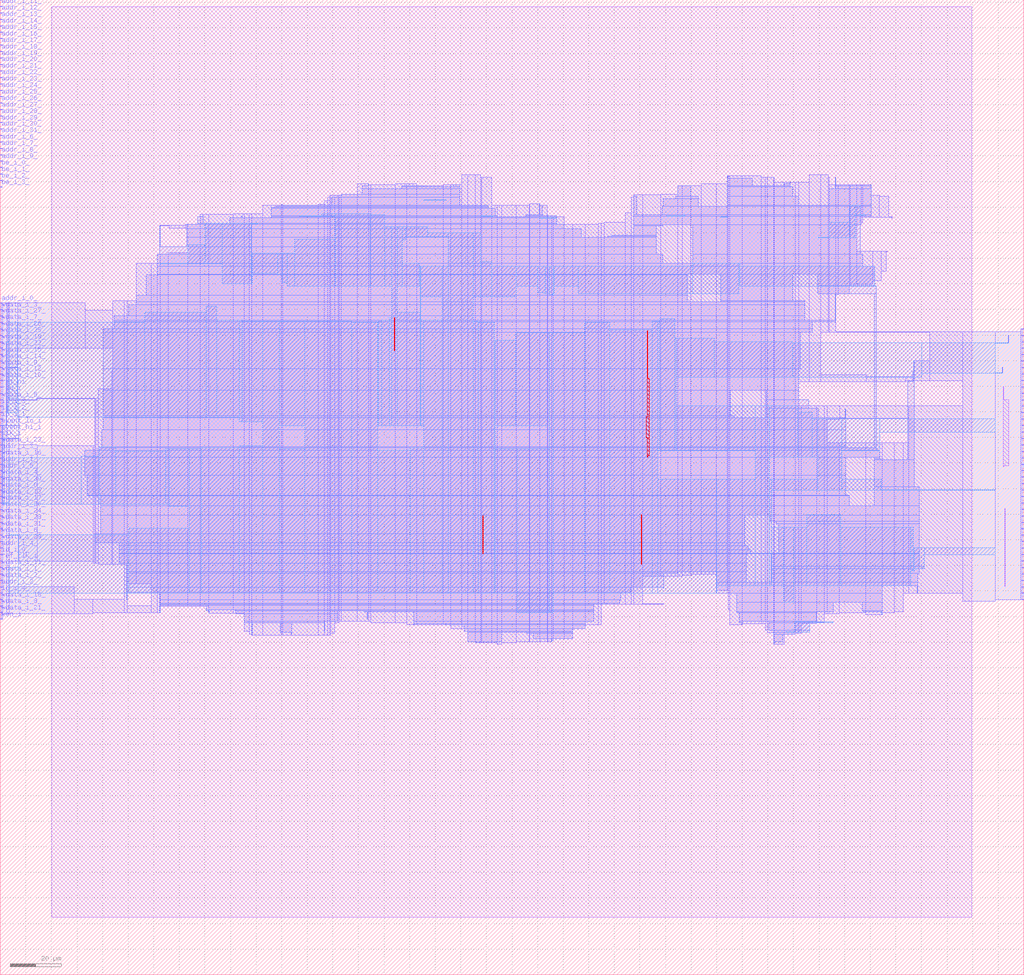
<source format=lef>
VERSION 5.8 ;
BUSBITCHARS "[]" ;
DIVIDERCHAR "/" ;
UNITS
    DATABASE MICRONS 1000 ;
END UNITS

MACRO timer_unit
  FOREIGN timer_unit 0 0 ;
  CLASS BLOCK ;
  SIZE 400 BY 381.04 ;
  PIN VDD
    USE POWER ;
    DIRECTION INOUT ;
  END VDD
  PIN VDDIO
    USE POWER ;
    DIRECTION INOUT ;
  END VDDIO
  PIN VSS
    USE GROUND ;
    DIRECTION INOUT ;
  END VSS
  PIN VSSIO
    USE GROUND ;
    DIRECTION INOUT ;
  END VSSIO
  PIN addr_i_0_
    DIRECTION INPUT ;
    USE SIGNAL ;
    PORT
      LAYER Metal2 ;
        RECT  0 262.4 0.72 262.6 ;
    END
  END addr_i_0_
  PIN addr_i_10_
    DIRECTION INPUT ;
    USE SIGNAL ;
    PORT
      LAYER Metal2 ;
        RECT  0 380.84 0.72 381.04 ;
    END
  END addr_i_10_
  PIN addr_i_11_
    DIRECTION INPUT ;
    USE SIGNAL ;
    PORT
      LAYER Metal2 ;
        RECT  0 378.32 0.72 378.52 ;
    END
  END addr_i_11_
  PIN addr_i_12_
    DIRECTION INPUT ;
    USE SIGNAL ;
    PORT
      LAYER Metal2 ;
        RECT  0 375.8 0.72 376 ;
    END
  END addr_i_12_
  PIN addr_i_13_
    DIRECTION INPUT ;
    USE SIGNAL ;
    PORT
      LAYER Metal2 ;
        RECT  0 373.28 0.72 373.48 ;
    END
  END addr_i_13_
  PIN addr_i_14_
    DIRECTION INPUT ;
    USE SIGNAL ;
    PORT
      LAYER Metal2 ;
        RECT  0 370.76 0.72 370.96 ;
    END
  END addr_i_14_
  PIN addr_i_15_
    DIRECTION INPUT ;
    USE SIGNAL ;
    PORT
      LAYER Metal2 ;
        RECT  0 368.24 0.72 368.44 ;
    END
  END addr_i_15_
  PIN addr_i_16_
    DIRECTION INPUT ;
    USE SIGNAL ;
    PORT
      LAYER Metal2 ;
        RECT  0 365.72 0.72 365.92 ;
    END
  END addr_i_16_
  PIN addr_i_17_
    DIRECTION INPUT ;
    USE SIGNAL ;
    PORT
      LAYER Metal2 ;
        RECT  0 363.2 0.72 363.4 ;
    END
  END addr_i_17_
  PIN addr_i_18_
    DIRECTION INPUT ;
    USE SIGNAL ;
    PORT
      LAYER Metal2 ;
        RECT  0 360.68 0.72 360.88 ;
    END
  END addr_i_18_
  PIN addr_i_19_
    DIRECTION INPUT ;
    USE SIGNAL ;
    PORT
      LAYER Metal2 ;
        RECT  0 358.16 0.72 358.36 ;
    END
  END addr_i_19_
  PIN addr_i_1_
    DIRECTION INPUT ;
    USE SIGNAL ;
    PORT
      LAYER Metal2 ;
        RECT  0 199.4 0.72 199.6 ;
    END
  END addr_i_1_
  PIN addr_i_20_
    DIRECTION INPUT ;
    USE SIGNAL ;
    PORT
      LAYER Metal2 ;
        RECT  0 355.64 0.72 355.84 ;
    END
  END addr_i_20_
  PIN addr_i_21_
    DIRECTION INPUT ;
    USE SIGNAL ;
    PORT
      LAYER Metal2 ;
        RECT  0 353.12 0.72 353.32 ;
    END
  END addr_i_21_
  PIN addr_i_22_
    DIRECTION INPUT ;
    USE SIGNAL ;
    PORT
      LAYER Metal2 ;
        RECT  0 350.6 0.72 350.8 ;
    END
  END addr_i_22_
  PIN addr_i_23_
    DIRECTION INPUT ;
    USE SIGNAL ;
    PORT
      LAYER Metal2 ;
        RECT  0 348.08 0.72 348.28 ;
    END
  END addr_i_23_
  PIN addr_i_24_
    DIRECTION INPUT ;
    USE SIGNAL ;
    PORT
      LAYER Metal2 ;
        RECT  0 345.56 0.72 345.76 ;
    END
  END addr_i_24_
  PIN addr_i_25_
    DIRECTION INPUT ;
    USE SIGNAL ;
    PORT
      LAYER Metal2 ;
        RECT  0 343.04 0.72 343.24 ;
    END
  END addr_i_25_
  PIN addr_i_26_
    DIRECTION INPUT ;
    USE SIGNAL ;
    PORT
      LAYER Metal2 ;
        RECT  0 340.52 0.72 340.72 ;
    END
  END addr_i_26_
  PIN addr_i_27_
    DIRECTION INPUT ;
    USE SIGNAL ;
    PORT
      LAYER Metal2 ;
        RECT  0 338 0.72 338.2 ;
    END
  END addr_i_27_
  PIN addr_i_28_
    DIRECTION INPUT ;
    USE SIGNAL ;
    PORT
      LAYER Metal2 ;
        RECT  0 335.48 0.72 335.68 ;
    END
  END addr_i_28_
  PIN addr_i_29_
    DIRECTION INPUT ;
    USE SIGNAL ;
    PORT
      LAYER Metal2 ;
        RECT  0 332.96 0.72 333.16 ;
    END
  END addr_i_29_
  PIN addr_i_2_
    DIRECTION INPUT ;
    USE SIGNAL ;
    PORT
      LAYER Metal2 ;
        RECT  0 151.52 0.72 151.72 ;
    END
  END addr_i_2_
  PIN addr_i_30_
    DIRECTION INPUT ;
    USE SIGNAL ;
    PORT
      LAYER Metal2 ;
        RECT  0 330.44 0.72 330.64 ;
    END
  END addr_i_30_
  PIN addr_i_31_
    DIRECTION INPUT ;
    USE SIGNAL ;
    PORT
      LAYER Metal2 ;
        RECT  0 327.92 0.72 328.12 ;
    END
  END addr_i_31_
  PIN addr_i_3_
    DIRECTION INPUT ;
    USE SIGNAL ;
    PORT
      LAYER Metal2 ;
        RECT  0 204.44 0.72 204.64 ;
    END
  END addr_i_3_
  PIN addr_i_4_
    DIRECTION INPUT ;
    USE SIGNAL ;
    PORT
      LAYER Metal2 ;
        RECT  0 166.64 0.72 166.84 ;
    END
  END addr_i_4_
  PIN addr_i_5_
    DIRECTION INPUT ;
    USE SIGNAL ;
    PORT
      LAYER Metal2 ;
        RECT  0 196.88 0.72 197.08 ;
    END
  END addr_i_5_
  PIN addr_i_6_
    DIRECTION INPUT ;
    USE SIGNAL ;
    PORT
      LAYER Metal2 ;
        RECT  0 325.4 0.72 325.6 ;
    END
  END addr_i_6_
  PIN addr_i_7_
    DIRECTION INPUT ;
    USE SIGNAL ;
    PORT
      LAYER Metal2 ;
        RECT  0 322.88 0.72 323.08 ;
    END
  END addr_i_7_
  PIN addr_i_8_
    DIRECTION INPUT ;
    USE SIGNAL ;
    PORT
      LAYER Metal2 ;
        RECT  0 320.36 0.72 320.56 ;
    END
  END addr_i_8_
  PIN addr_i_9_
    DIRECTION INPUT ;
    USE SIGNAL ;
    PORT
      LAYER Metal2 ;
        RECT  0 317.84 0.72 318.04 ;
    END
  END addr_i_9_
  PIN be_i_0_
    DIRECTION INPUT ;
    USE SIGNAL ;
    PORT
      LAYER Metal2 ;
        RECT  0 315.32 0.72 315.52 ;
    END
  END be_i_0_
  PIN be_i_1_
    DIRECTION INPUT ;
    USE SIGNAL ;
    PORT
      LAYER Metal2 ;
        RECT  0 312.8 0.72 313 ;
    END
  END be_i_1_
  PIN be_i_2_
    DIRECTION INPUT ;
    USE SIGNAL ;
    PORT
      LAYER Metal2 ;
        RECT  0 310.28 0.72 310.48 ;
    END
  END be_i_2_
  PIN be_i_3_
    DIRECTION INPUT ;
    USE SIGNAL ;
    PORT
      LAYER Metal2 ;
        RECT  0 307.76 0.72 307.96 ;
    END
  END be_i_3_
  PIN busy_o
    DIRECTION OUTPUT ;
    USE SIGNAL ;
    PORT
      LAYER Metal2 ;
        RECT  399.28 196.88 400 197.08 ;
    END
  END busy_o
  PIN clk_i
    DIRECTION INPUT ;
    USE SIGNAL ;
    PORT
      LAYER Metal2 ;
        RECT  0 209.48 0.72 209.68 ;
    END
  END clk_i
  PIN event_hi_i
    DIRECTION INPUT ;
    USE SIGNAL ;
    PORT
      LAYER Metal2 ;
        RECT  0 212 0.72 212.2 ;
    END
  END event_hi_i
  PIN event_lo_i
    DIRECTION INPUT ;
    USE SIGNAL ;
    PORT
      LAYER Metal2 ;
        RECT  0 214.52 0.72 214.72 ;
    END
  END event_lo_i
  PIN gnt_o
    DIRECTION OUTPUT ;
    USE SIGNAL ;
    PORT
      LAYER Metal2 ;
        RECT  399.28 146.48 400 146.68 ;
    END
  END gnt_o
  PIN id_i_0_
    DIRECTION INPUT ;
    USE SIGNAL ;
    PORT
      LAYER Metal2 ;
        RECT  0 164.12 0.72 164.32 ;
    END
  END id_i_0_
  PIN id_i_1_
    DIRECTION INPUT ;
    USE SIGNAL ;
    PORT
      LAYER Metal2 ;
        RECT  0 217.04 0.72 217.24 ;
    END
  END id_i_1_
  PIN id_i_2_
    DIRECTION INPUT ;
    USE SIGNAL ;
    PORT
      LAYER Metal2 ;
        RECT  0 219.56 0.72 219.76 ;
    END
  END id_i_2_
  PIN id_i_3_
    DIRECTION INPUT ;
    USE SIGNAL ;
    PORT
      LAYER Metal2 ;
        RECT  0 222.08 0.72 222.28 ;
    END
  END id_i_3_
  PIN id_i_4_
    DIRECTION INPUT ;
    USE SIGNAL ;
    PORT
      LAYER Metal2 ;
        RECT  0 149 0.72 149.2 ;
    END
  END id_i_4_
  PIN irq_hi_o
    DIRECTION OUTPUT ;
    USE SIGNAL ;
    PORT
      LAYER Metal2 ;
        RECT  399.28 242.24 400 242.44 ;
    END
  END irq_hi_o
  PIN irq_lo_o
    DIRECTION OUTPUT ;
    USE SIGNAL ;
    PORT
      LAYER Metal2 ;
        RECT  399.28 212 400 212.2 ;
    END
  END irq_lo_o
  PIN r_id_o_0_
    DIRECTION OUTPUT ;
    USE SIGNAL ;
    PORT
      LAYER Metal2 ;
        RECT  399.28 191.84 400 192.04 ;
    END
  END r_id_o_0_
  PIN r_id_o_1_
    DIRECTION OUTPUT ;
    USE SIGNAL ;
    PORT
      LAYER Metal2 ;
        RECT  399.28 252.32 400 252.52 ;
    END
  END r_id_o_1_
  PIN r_id_o_2_
    DIRECTION OUTPUT ;
    USE SIGNAL ;
    PORT
      LAYER Metal2 ;
        RECT  399.28 204.44 400 204.64 ;
    END
  END r_id_o_2_
  PIN r_id_o_3_
    DIRECTION OUTPUT ;
    USE SIGNAL ;
    PORT
      LAYER Metal2 ;
        RECT  399.28 186.8 400 187 ;
    END
  END r_id_o_3_
  PIN r_id_o_4_
    DIRECTION OUTPUT ;
    USE SIGNAL ;
    PORT
      LAYER Metal2 ;
        RECT  399.28 184.28 400 184.48 ;
    END
  END r_id_o_4_
  PIN r_opc_o
    DIRECTION OUTPUT ;
    USE SIGNAL ;
    PORT
      LAYER Metal2 ;
        RECT  399.28 227.12 400 227.32 ;
    END
  END r_opc_o
  PIN r_rdata_o_0_
    DIRECTION OUTPUT ;
    USE SIGNAL ;
    PORT
      LAYER Metal2 ;
        RECT  399.28 181.76 400 181.96 ;
    END
  END r_rdata_o_0_
  PIN r_rdata_o_10_
    DIRECTION OUTPUT ;
    USE SIGNAL ;
    PORT
      LAYER Metal2 ;
        RECT  399.28 232.16 400 232.36 ;
    END
  END r_rdata_o_10_
  PIN r_rdata_o_11_
    DIRECTION OUTPUT ;
    USE SIGNAL ;
    PORT
      LAYER Metal2 ;
        RECT  399.28 222.08 400 222.28 ;
    END
  END r_rdata_o_11_
  PIN r_rdata_o_12_
    DIRECTION OUTPUT ;
    USE SIGNAL ;
    PORT
      LAYER Metal2 ;
        RECT  399.28 201.92 400 202.12 ;
    END
  END r_rdata_o_12_
  PIN r_rdata_o_13_
    DIRECTION OUTPUT ;
    USE SIGNAL ;
    PORT
      LAYER Metal2 ;
        RECT  399.28 174.2 400 174.4 ;
    END
  END r_rdata_o_13_
  PIN r_rdata_o_14_
    DIRECTION OUTPUT ;
    USE SIGNAL ;
    PORT
      LAYER Metal2 ;
        RECT  399.28 209.48 400 209.68 ;
    END
  END r_rdata_o_14_
  PIN r_rdata_o_15_
    DIRECTION OUTPUT ;
    USE SIGNAL ;
    PORT
      LAYER Metal2 ;
        RECT  399.28 234.68 400 234.88 ;
    END
  END r_rdata_o_15_
  PIN r_rdata_o_16_
    DIRECTION OUTPUT ;
    USE SIGNAL ;
    PORT
      LAYER Metal2 ;
        RECT  399.28 169.16 400 169.36 ;
    END
  END r_rdata_o_16_
  PIN r_rdata_o_17_
    DIRECTION OUTPUT ;
    USE SIGNAL ;
    PORT
      LAYER Metal2 ;
        RECT  399.28 166.64 400 166.84 ;
    END
  END r_rdata_o_17_
  PIN r_rdata_o_18_
    DIRECTION OUTPUT ;
    USE SIGNAL ;
    PORT
      LAYER Metal2 ;
        RECT  399.28 244.76 400 244.96 ;
    END
  END r_rdata_o_18_
  PIN r_rdata_o_19_
    DIRECTION OUTPUT ;
    USE SIGNAL ;
    PORT
      LAYER Metal2 ;
        RECT  399.28 179.24 400 179.44 ;
    END
  END r_rdata_o_19_
  PIN r_rdata_o_1_
    DIRECTION OUTPUT ;
    USE SIGNAL ;
    PORT
      LAYER Metal2 ;
        RECT  399.28 161.6 400 161.8 ;
    END
  END r_rdata_o_1_
  PIN r_rdata_o_20_
    DIRECTION OUTPUT ;
    USE SIGNAL ;
    PORT
      LAYER Metal2 ;
        RECT  399.28 171.68 400 171.88 ;
    END
  END r_rdata_o_20_
  PIN r_rdata_o_21_
    DIRECTION OUTPUT ;
    USE SIGNAL ;
    PORT
      LAYER Metal2 ;
        RECT  399.28 214.52 400 214.72 ;
    END
  END r_rdata_o_21_
  PIN r_rdata_o_22_
    DIRECTION OUTPUT ;
    USE SIGNAL ;
    PORT
      LAYER Metal2 ;
        RECT  399.28 237.2 400 237.4 ;
    END
  END r_rdata_o_22_
  PIN r_rdata_o_23_
    DIRECTION OUTPUT ;
    USE SIGNAL ;
    PORT
      LAYER Metal2 ;
        RECT  399.28 249.8 400 250 ;
    END
  END r_rdata_o_23_
  PIN r_rdata_o_24_
    DIRECTION OUTPUT ;
    USE SIGNAL ;
    PORT
      LAYER Metal2 ;
        RECT  399.28 189.32 400 189.52 ;
    END
  END r_rdata_o_24_
  PIN r_rdata_o_25_
    DIRECTION OUTPUT ;
    USE SIGNAL ;
    PORT
      LAYER Metal2 ;
        RECT  399.28 217.04 400 217.24 ;
    END
  END r_rdata_o_25_
  PIN r_rdata_o_26_
    DIRECTION OUTPUT ;
    USE SIGNAL ;
    PORT
      LAYER Metal2 ;
        RECT  399.28 159.08 400 159.28 ;
    END
  END r_rdata_o_26_
  PIN r_rdata_o_27_
    DIRECTION OUTPUT ;
    USE SIGNAL ;
    PORT
      LAYER Metal2 ;
        RECT  399.28 199.4 400 199.6 ;
    END
  END r_rdata_o_27_
  PIN r_rdata_o_28_
    DIRECTION OUTPUT ;
    USE SIGNAL ;
    PORT
      LAYER Metal2 ;
        RECT  399.28 156.56 400 156.76 ;
    END
  END r_rdata_o_28_
  PIN r_rdata_o_29_
    DIRECTION OUTPUT ;
    USE SIGNAL ;
    PORT
      LAYER Metal2 ;
        RECT  399.28 219.56 400 219.76 ;
    END
  END r_rdata_o_29_
  PIN r_rdata_o_2_
    DIRECTION OUTPUT ;
    USE SIGNAL ;
    PORT
      LAYER Metal2 ;
        RECT  399.28 176.72 400 176.92 ;
    END
  END r_rdata_o_2_
  PIN r_rdata_o_30_
    DIRECTION OUTPUT ;
    USE SIGNAL ;
    PORT
      LAYER Metal2 ;
        RECT  399.28 239.72 400 239.92 ;
    END
  END r_rdata_o_30_
  PIN r_rdata_o_31_
    DIRECTION OUTPUT ;
    USE SIGNAL ;
    PORT
      LAYER Metal2 ;
        RECT  399.28 194.36 400 194.56 ;
    END
  END r_rdata_o_31_
  PIN r_rdata_o_3_
    DIRECTION OUTPUT ;
    USE SIGNAL ;
    PORT
      LAYER Metal2 ;
        RECT  399.28 247.28 400 247.48 ;
    END
  END r_rdata_o_3_
  PIN r_rdata_o_4_
    DIRECTION OUTPUT ;
    USE SIGNAL ;
    PORT
      LAYER Metal2 ;
        RECT  399.28 154.04 400 154.24 ;
    END
  END r_rdata_o_4_
  PIN r_rdata_o_5_
    DIRECTION OUTPUT ;
    USE SIGNAL ;
    PORT
      LAYER Metal2 ;
        RECT  399.28 224.6 400 224.8 ;
    END
  END r_rdata_o_5_
  PIN r_rdata_o_6_
    DIRECTION OUTPUT ;
    USE SIGNAL ;
    PORT
      LAYER Metal2 ;
        RECT  399.28 151.52 400 151.72 ;
    END
  END r_rdata_o_6_
  PIN r_rdata_o_7_
    DIRECTION OUTPUT ;
    USE SIGNAL ;
    PORT
      LAYER Metal2 ;
        RECT  399.28 229.64 400 229.84 ;
    END
  END r_rdata_o_7_
  PIN r_rdata_o_8_
    DIRECTION OUTPUT ;
    USE SIGNAL ;
    PORT
      LAYER Metal2 ;
        RECT  399.28 149 400 149.2 ;
    END
  END r_rdata_o_8_
  PIN r_rdata_o_9_
    DIRECTION OUTPUT ;
    USE SIGNAL ;
    PORT
      LAYER Metal2 ;
        RECT  399.28 206.96 400 207.16 ;
    END
  END r_rdata_o_9_
  PIN r_valid_o
    DIRECTION OUTPUT ;
    USE SIGNAL ;
    PORT
      LAYER Metal2 ;
        RECT  399.28 164.12 400 164.32 ;
    END
  END r_valid_o
  PIN ref_clk_i
    DIRECTION INPUT ;
    USE SIGNAL ;
    PORT
      LAYER Metal2 ;
        RECT  0 161.6 0.72 161.8 ;
    END
  END ref_clk_i
  PIN req_i
    DIRECTION INPUT ;
    USE SIGNAL ;
    PORT
      LAYER Metal2 ;
        RECT  0 227.12 0.72 227.32 ;
    END
  END req_i
  PIN rst_ni
    DIRECTION INPUT ;
    USE SIGNAL ;
    PORT
      LAYER Metal2 ;
        RECT  0 229.64 0.72 229.84 ;
    END
  END rst_ni
  PIN wdata_i_0_
    DIRECTION INPUT ;
    USE SIGNAL ;
    PORT
      LAYER Metal2 ;
        RECT  0 189.32 0.72 189.52 ;
    END
  END wdata_i_0_
  PIN wdata_i_10_
    DIRECTION INPUT ;
    USE SIGNAL ;
    PORT
      LAYER Metal2 ;
        RECT  0 232.16 0.72 232.36 ;
    END
  END wdata_i_10_
  PIN wdata_i_11_
    DIRECTION INPUT ;
    USE SIGNAL ;
    PORT
      LAYER Metal2 ;
        RECT  0 159.08 0.72 159.28 ;
    END
  END wdata_i_11_
  PIN wdata_i_12_
    DIRECTION INPUT ;
    USE SIGNAL ;
    PORT
      LAYER Metal2 ;
        RECT  0 234.68 0.72 234.88 ;
    END
  END wdata_i_12_
  PIN wdata_i_13_
    DIRECTION INPUT ;
    USE SIGNAL ;
    PORT
      LAYER Metal2 ;
        RECT  0 186.8 0.72 187 ;
    END
  END wdata_i_13_
  PIN wdata_i_14_
    DIRECTION INPUT ;
    USE SIGNAL ;
    PORT
      LAYER Metal2 ;
        RECT  0 239.72 0.72 239.92 ;
    END
  END wdata_i_14_
  PIN wdata_i_15_
    DIRECTION INPUT ;
    USE SIGNAL ;
    PORT
      LAYER Metal2 ;
        RECT  0 242.24 0.72 242.44 ;
    END
  END wdata_i_15_
  PIN wdata_i_16_
    DIRECTION INPUT ;
    USE SIGNAL ;
    PORT
      LAYER Metal2 ;
        RECT  0 201.92 0.72 202.12 ;
    END
  END wdata_i_16_
  PIN wdata_i_17_
    DIRECTION INPUT ;
    USE SIGNAL ;
    PORT
      LAYER Metal2 ;
        RECT  0 184.28 0.72 184.48 ;
    END
  END wdata_i_17_
  PIN wdata_i_18_
    DIRECTION INPUT ;
    USE SIGNAL ;
    PORT
      LAYER Metal2 ;
        RECT  0 146.48 0.72 146.68 ;
    END
  END wdata_i_18_
  PIN wdata_i_19_
    DIRECTION INPUT ;
    USE SIGNAL ;
    PORT
      LAYER Metal2 ;
        RECT  0 247.28 0.72 247.48 ;
    END
  END wdata_i_19_
  PIN wdata_i_1_
    DIRECTION INPUT ;
    USE SIGNAL ;
    PORT
      LAYER Metal2 ;
        RECT  0 156.56 0.72 156.76 ;
    END
  END wdata_i_1_
  PIN wdata_i_20_
    DIRECTION INPUT ;
    USE SIGNAL ;
    PORT
      LAYER Metal2 ;
        RECT  0 181.76 0.72 181.96 ;
    END
  END wdata_i_20_
  PIN wdata_i_21_
    DIRECTION INPUT ;
    USE SIGNAL ;
    PORT
      LAYER Metal2 ;
        RECT  0 141.44 0.72 141.64 ;
    END
  END wdata_i_21_
  PIN wdata_i_22_
    DIRECTION INPUT ;
    USE SIGNAL ;
    PORT
      LAYER Metal2 ;
        RECT  0 244.76 0.72 244.96 ;
    END
  END wdata_i_22_
  PIN wdata_i_23_
    DIRECTION INPUT ;
    USE SIGNAL ;
    PORT
      LAYER Metal2 ;
        RECT  0 206.96 0.72 207.16 ;
    END
  END wdata_i_23_
  PIN wdata_i_24_
    DIRECTION INPUT ;
    USE SIGNAL ;
    PORT
      LAYER Metal2 ;
        RECT  0 179.24 0.72 179.44 ;
    END
  END wdata_i_24_
  PIN wdata_i_25_
    DIRECTION INPUT ;
    USE SIGNAL ;
    PORT
      LAYER Metal2 ;
        RECT  0 249.8 0.72 250 ;
    END
  END wdata_i_25_
  PIN wdata_i_26_
    DIRECTION INPUT ;
    USE SIGNAL ;
    PORT
      LAYER Metal2 ;
        RECT  0 252.32 0.72 252.52 ;
    END
  END wdata_i_26_
  PIN wdata_i_27_
    DIRECTION INPUT ;
    USE SIGNAL ;
    PORT
      LAYER Metal2 ;
        RECT  0 257.36 0.72 257.56 ;
    END
  END wdata_i_27_
  PIN wdata_i_28_
    DIRECTION INPUT ;
    USE SIGNAL ;
    PORT
      LAYER Metal2 ;
        RECT  0 176.72 0.72 176.92 ;
    END
  END wdata_i_28_
  PIN wdata_i_29_
    DIRECTION INPUT ;
    USE SIGNAL ;
    PORT
      LAYER Metal2 ;
        RECT  0 169.16 0.72 169.36 ;
    END
  END wdata_i_29_
  PIN wdata_i_2_
    DIRECTION INPUT ;
    USE SIGNAL ;
    PORT
      LAYER Metal2 ;
        RECT  0 154.04 0.72 154.24 ;
    END
  END wdata_i_2_
  PIN wdata_i_30_
    DIRECTION INPUT ;
    USE SIGNAL ;
    PORT
      LAYER Metal2 ;
        RECT  0 191.84 0.72 192.04 ;
    END
  END wdata_i_30_
  PIN wdata_i_31_
    DIRECTION INPUT ;
    USE SIGNAL ;
    PORT
      LAYER Metal2 ;
        RECT  0 174.2 0.72 174.4 ;
    END
  END wdata_i_31_
  PIN wdata_i_3_
    DIRECTION INPUT ;
    USE SIGNAL ;
    PORT
      LAYER Metal2 ;
        RECT  0 259.88 0.72 260.08 ;
    END
  END wdata_i_3_
  PIN wdata_i_4_
    DIRECTION INPUT ;
    USE SIGNAL ;
    PORT
      LAYER Metal2 ;
        RECT  0 194.36 0.72 194.56 ;
    END
  END wdata_i_4_
  PIN wdata_i_5_
    DIRECTION INPUT ;
    USE SIGNAL ;
    PORT
      LAYER Metal2 ;
        RECT  0 224.6 0.72 224.8 ;
    END
  END wdata_i_5_
  PIN wdata_i_6_
    DIRECTION INPUT ;
    USE SIGNAL ;
    PORT
      LAYER Metal2 ;
        RECT  0 171.68 0.72 171.88 ;
    END
  END wdata_i_6_
  PIN wdata_i_7_
    DIRECTION INPUT ;
    USE SIGNAL ;
    PORT
      LAYER Metal2 ;
        RECT  0 254.84 0.72 255.04 ;
    END
  END wdata_i_7_
  PIN wdata_i_8_
    DIRECTION INPUT ;
    USE SIGNAL ;
    PORT
      LAYER Metal2 ;
        RECT  0 143.96 0.72 144.16 ;
    END
  END wdata_i_8_
  PIN wdata_i_9_
    DIRECTION INPUT ;
    USE SIGNAL ;
    PORT
      LAYER Metal2 ;
        RECT  0 237.2 0.72 237.4 ;
    END
  END wdata_i_9_
  PIN wen_i
    DIRECTION INPUT ;
    USE SIGNAL ;
    PORT
      LAYER Metal2 ;
        RECT  0 138.92 0.72 139.12 ;
    END
  END wen_i
  OBS
    LAYER Metal1 ;
     RECT  392.56 151.54 392.72 182.36 ;
     RECT  392.08 198.58 392.24 199 ;
     RECT  392.08 199 394.16 224.78 ;
     RECT  0.88 172.12 1.04 227.3 ;
     RECT  392.08 224.78 392.24 229.82 ;
     RECT  20.16 22.46 379.68 378.22 ;
    LAYER Metal2 ;
     RECT  0.38 139.34 0.48 141.22 ;
     RECT  0.38 167.06 0.48 168.94 ;
     RECT  0.38 197.72 0.48 204.22 ;
     RECT  0.48 138.92 1.06 262.6 ;
     RECT  1.06 141.02 2.5 262.6 ;
     RECT  2.5 219.56 2.98 262.6 ;
     RECT  2.5 141.02 3.46 209.68 ;
     RECT  2.98 224.6 3.46 262.6 ;
     RECT  3.46 237.2 6.82 262.6 ;
     RECT  3.46 161.6 7.3 209.68 ;
     RECT  3.46 224.6 14.3 224.8 ;
     RECT  7.3 161.6 14.5 207.16 ;
     RECT  14.3 224.6 14.5 225.22 ;
     RECT  3.46 141.02 28.9 151.72 ;
     RECT  6.82 244.76 33.22 262.6 ;
     RECT  28.9 141.02 36.1 146.68 ;
     RECT  14.5 161.6 36.38 206.74 ;
     RECT  36.38 160.76 36.86 206.74 ;
     RECT  14.5 225.02 36.86 225.22 ;
     RECT  36.86 160.76 37.28 225.22 ;
     RECT  37.28 160.725 38.3 225.22 ;
     RECT  38.3 160.34 43.58 229 ;
     RECT  43.58 160.34 44.06 236.14 ;
     RECT  33.22 244.76 44.06 259.66 ;
     RECT  36.1 141.44 48.38 146.68 ;
     RECT  44.06 160.34 48.38 263.44 ;
     RECT  48.38 141.44 49.54 263.44 ;
     RECT  49.54 152.78 53.18 263.44 ;
     RECT  49.54 141.44 58.94 144.16 ;
     RECT  53.18 152.78 58.94 278.14 ;
     RECT  58.94 141.44 61.34 278.14 ;
     RECT  61.34 141.44 62.5 281.5 ;
     RECT  62.5 143.96 65.6 281.5 ;
     RECT  62.3 292.64 66.14 292.84 ;
     RECT  66.14 291.8 72.38 292.84 ;
     RECT  65.6 143.96 73.34 282.09 ;
     RECT  72.38 291.8 73.34 293.26 ;
     RECT  73.34 143.96 78.08 293.26 ;
     RECT  78.08 143.96 81.44 297.21 ;
     RECT  81.44 141.27 91.1 297.21 ;
     RECT  91.1 141.27 95.42 297.46 ;
     RECT  95.42 134.3 97.34 297.46 ;
     RECT  97.34 133.04 98.3 297.46 ;
     RECT  98.3 132.62 102.62 297.46 ;
     RECT  102.62 132.62 109.85 300.82 ;
     RECT  109.85 132.62 110.32 301.16 ;
     RECT  110.32 132.62 124.25 300.82 ;
     RECT  124.25 132.62 126.62 301.16 ;
     RECT  126.62 132.62 127.975 302.5 ;
     RECT  127.975 132.62 128.755 303.76 ;
     RECT  128.755 132.62 129.22 304.6 ;
     RECT  129.22 133.46 130.66 304.6 ;
     RECT  130.66 137.57 132.1 304.6 ;
     RECT  132.1 137.66 132.58 304.6 ;
     RECT  132.58 138.08 133.34 304.6 ;
     RECT  133.34 138.08 139.58 305.02 ;
     RECT  139.58 138.08 144.1 309.22 ;
     RECT  144.1 138.08 144.86 308.8 ;
     RECT  144.86 137.66 154.46 308.8 ;
     RECT  154.46 137.66 158.78 309.22 ;
     RECT  158.78 136.82 162.82 309.22 ;
     RECT  162.82 136.82 173.095 308.38 ;
     RECT  173.095 136.82 176.06 308.8 ;
     RECT  176.06 135.14 180.265 308.8 ;
     RECT  180.265 135.14 182.78 312.595 ;
     RECT  182.78 130.1 185.66 312.595 ;
     RECT  185.66 129.68 187.715 312.595 ;
     RECT  187.715 129.68 188.165 311.76 ;
     RECT  188.165 129.68 192.1 311.74 ;
     RECT  192.1 129.68 194.3 300.82 ;
     RECT  194.3 129.26 195.94 300.82 ;
     RECT  195.94 129.68 201.7 300.82 ;
     RECT  201.7 130.1 206.81 300.82 ;
     RECT  206.81 130.1 206.88 301.16 ;
     RECT  206.88 130.1 210.82 301.24 ;
     RECT  210.82 130.1 213.7 300.82 ;
     RECT  213.7 130.1 213.93 297.04 ;
     RECT  213.93 130.1 215.62 296.2 ;
     RECT  215.62 130.52 216.1 296.2 ;
     RECT  216.1 131.36 220.42 296.2 ;
     RECT  220.42 131.36 223.78 293.26 ;
     RECT  223.78 135.14 228.58 293.26 ;
     RECT  228.58 136.82 233.66 293.26 ;
     RECT  233.66 136.82 234.82 293.68 ;
     RECT  234.82 144.8 236.06 293.68 ;
     RECT  236.06 144.8 244.22 294.1 ;
     RECT  244.22 144.8 246.62 297.88 ;
     RECT  246.62 144.8 247.52 303.76 ;
     RECT  247.52 144.8 251.14 304.77 ;
     RECT  251.14 155.72 258.14 304.77 ;
     RECT  251.14 144.8 259.3 145 ;
     RECT  258.14 155.72 264.86 305.02 ;
     RECT  264.86 155.72 266.5 308.38 ;
     RECT  266.5 156.14 269.86 308.38 ;
     RECT  269.86 156.56 273.98 308.38 ;
     RECT  273.98 156.56 279.74 309.22 ;
     RECT  279.74 150.26 284.06 309.22 ;
     RECT  284.06 150.26 284.54 312.16 ;
     RECT  284.54 142.7 285.02 312.16 ;
     RECT  285.02 136.82 290.02 312.16 ;
     RECT  290.02 137.24 297.45 312.16 ;
     RECT  297.45 137.24 298.94 311.74 ;
     RECT  298.94 134.72 299.84 311.74 ;
     RECT  299.84 133.71 302.3 311.74 ;
     RECT  302.3 129.26 302.5 311.74 ;
     RECT  302.5 129.26 306.34 309.64 ;
     RECT  306.34 133.04 310.66 309.64 ;
     RECT  310.66 133.46 312.1 309.64 ;
     RECT  312.1 133.46 313.06 222.28 ;
     RECT  312.1 231.74 316.105 309.64 ;
     RECT  313.06 137.32 319.12 222.28 ;
     RECT  316.105 231.74 320.74 312.595 ;
     RECT  319.12 137.815 321.93 222.28 ;
     RECT  321.93 141.02 323.14 222.28 ;
     RECT  320.74 251.06 323.555 312.595 ;
     RECT  323.555 251.06 324.005 311.76 ;
     RECT  324.005 251.06 326.5 308.8 ;
     RECT  326.5 265.76 327.46 308.8 ;
     RECT  323.14 141.02 327.94 208 ;
     RECT  323.14 217.04 328.17 222.28 ;
     RECT  327.46 266.18 331.78 308.8 ;
     RECT  331.78 269.12 332.26 308.8 ;
     RECT  332.26 269.79 334.66 308.8 ;
     RECT  334.66 293.06 336.58 308.8 ;
     RECT  336.58 293.9 337.06 308.8 ;
     RECT  327.94 141.44 338.3 208 ;
     RECT  320.74 231.74 338.5 234.46 ;
     RECT  337.06 296 340.42 308.8 ;
     RECT  334.66 269.79 340.885 282.76 ;
     RECT  340.42 296 343.53 304.6 ;
     RECT  340.885 271.22 344.26 282.76 ;
     RECT  338.3 140.6 344.74 208 ;
     RECT  344.26 275 346.18 282.76 ;
     RECT  346.18 282.56 346.66 282.76 ;
     RECT  343.53 296 347.14 304.18 ;
     RECT  347.14 296 348.38 296.2 ;
     RECT  348.38 295.58 348.58 296.2 ;
     RECT  344.74 141.44 349.29 208 ;
     RECT  349.29 141.86 352.9 208 ;
     RECT  338.5 231.74 353.86 233.62 ;
     RECT  352.9 149 355.1 208 ;
     RECT  328.17 217.46 355.1 222.28 ;
     RECT  353.86 232.16 357.02 233.62 ;
     RECT  357.02 232.16 363.26 239.92 ;
     RECT  326.5 251.06 363.26 251.26 ;
     RECT  355.1 149 376.22 222.28 ;
     RECT  363.26 232.16 376.22 251.26 ;
     RECT  376.22 146.06 388.9 251.26 ;
     RECT  388.9 146.48 398.78 251.26 ;
     RECT  398.78 146.48 399.36 252.52 ;
     RECT  399.36 154.46 399.46 158.44 ;
     RECT  399.36 197.72 399.46 204.22 ;
     RECT  399.36 251.06 399.46 252.1 ;
    LAYER Metal3 ;
     RECT  186.14 129.68 187.3 130.1 ;
     RECT  302.3 129.26 302.5 130.1 ;
     RECT  215.42 130.1 215.62 130.52 ;
     RECT  215.42 130.52 216.1 131.36 ;
     RECT  302.3 130.1 305.86 133.04 ;
     RECT  208.22 131.36 223.78 133.46 ;
     RECT  113.66 133.04 113.86 133.88 ;
     RECT  182.78 130.1 195.94 133.88 ;
     RECT  205.82 133.46 223.78 133.88 ;
     RECT  302.3 133.04 310.18 133.88 ;
     RECT  182.78 133.88 223.78 134.3 ;
     RECT  302.3 133.88 316.42 134.72 ;
     RECT  181.34 134.3 223.78 135.14 ;
     RECT  181.34 135.14 228.58 136.82 ;
     RECT  161.66 136.82 161.86 137.24 ;
     RECT  174.14 136.82 228.58 137.24 ;
     RECT  98.3 132.62 98.5 137.66 ;
     RECT  109.34 133.88 113.86 137.66 ;
     RECT  126.62 134.3 126.82 137.66 ;
     RECT  289.82 136.82 290.02 137.66 ;
     RECT  300.38 134.72 316.42 137.66 ;
     RECT  95.42 137.66 126.82 138.08 ;
     RECT  161.66 137.24 228.58 138.08 ;
     RECT  288.86 137.66 290.02 138.08 ;
     RECT  300.38 137.66 318.82 138.08 ;
     RECT  95.42 138.08 131.62 141.02 ;
     RECT  288.86 138.08 318.82 141.44 ;
     RECT  344.54 140.6 344.74 141.44 ;
     RECT  143.42 138.92 143.62 141.86 ;
     RECT  161.66 138.08 231.94 141.86 ;
     RECT  287.9 141.44 318.82 141.86 ;
     RECT  344.06 141.44 344.74 141.86 ;
     RECT  81.5 141.44 81.7 142.28 ;
     RECT  92.06 141.02 131.62 142.28 ;
     RECT  141.98 141.86 231.94 142.28 ;
     RECT  337.34 141.86 344.74 142.28 ;
     RECT  80.54 142.28 81.7 142.7 ;
     RECT  92.06 142.28 231.94 142.7 ;
     RECT  62.3 141.44 62.5 144.38 ;
     RECT  80.54 142.7 231.94 144.38 ;
     RECT  62.3 144.38 231.94 144.8 ;
     RECT  62.3 144.8 237.22 145.22 ;
     RECT  287.9 141.86 325.54 145.64 ;
     RECT  336.86 142.28 344.74 145.64 ;
     RECT  62.3 145.22 242.02 146.48 ;
     RECT  49.34 146.48 49.54 149 ;
     RECT  62.3 146.48 242.5 149 ;
     RECT  287.9 145.64 344.74 149 ;
     RECT  49.34 149 242.5 149.42 ;
     RECT  49.34 149.42 246.34 151.52 ;
     RECT  259.1 151.1 259.3 151.52 ;
     RECT  279.74 149 344.74 151.94 ;
     RECT  358.46 149 358.66 151.94 ;
     RECT  279.74 151.94 358.66 153.4 ;
     RECT  49.34 151.52 259.3 156.98 ;
     RECT  301.34 153.4 358.66 156.98 ;
     RECT  49.34 156.98 265.06 157.4 ;
     RECT  279.74 153.4 291.46 157.4 ;
     RECT  301.34 156.98 359.14 158.66 ;
     RECT  301.34 158.66 361.06 159.7 ;
     RECT  49.34 157.4 291.46 160.76 ;
     RECT  46.46 160.76 291.46 164.54 ;
     RECT  301.34 159.7 359.14 164.54 ;
     RECT  46.46 164.54 359.14 164.74 ;
     RECT  7.1 164.12 7.3 165.16 ;
     RECT  46.46 164.74 293.38 166 ;
     RECT  46.46 166 292.42 167.68 ;
     RECT  46.46 167.68 290.98 168.74 ;
     RECT  36.86 168.74 290.98 172.3 ;
     RECT  304.22 164.74 359.14 176.3 ;
     RECT  303.26 176.3 359.14 177.14 ;
     RECT  39.26 172.3 290.98 179.66 ;
     RECT  300.86 177.14 359.14 179.66 ;
     RECT  39.26 179.66 359.14 183.22 ;
     RECT  1.34 183.86 1.54 184.28 ;
     RECT  39.26 183.22 331.78 187.22 ;
     RECT  33.98 187.22 331.78 187.42 ;
     RECT  341.66 183.22 359.14 190.78 ;
     RECT  33.98 187.42 330.34 195.2 ;
     RECT  341.66 190.78 357.22 201.28 ;
     RECT  341.66 201.28 344.26 201.7 ;
     RECT  33.02 195.2 330.34 202.34 ;
     RECT  341.66 201.7 343.78 202.34 ;
     RECT  33.02 202.34 343.78 205.06 ;
     RECT  38.78 205.06 342.34 205.9 ;
     RECT  38.78 205.9 330.34 206.32 ;
     RECT  0.86 184.28 1.54 209.48 ;
     RECT  39.74 206.32 330.34 213.04 ;
     RECT  0.86 209.48 7.3 214.72 ;
     RECT  40.22 213.04 330.34 217.66 ;
     RECT  40.22 217.66 287.14 218.5 ;
     RECT  330.14 217.66 330.34 221.02 ;
     RECT  299.42 217.66 319.78 221.44 ;
     RECT  299.42 221.44 315.94 224.8 ;
     RECT  2.3 214.72 7.3 225.22 ;
     RECT  40.22 218.5 285.22 228.38 ;
     RECT  299.42 224.8 312.1 228.38 ;
     RECT  354.62 201.28 357.22 231.94 ;
     RECT  356.54 231.94 357.22 235.72 ;
     RECT  40.22 228.38 312.1 236.78 ;
     RECT  2.3 225.22 6.82 237.4 ;
     RECT  391.58 235.1 391.78 237.4 ;
     RECT  357.02 235.72 357.22 239.92 ;
     RECT  2.3 237.4 2.5 247.48 ;
     RECT  393.98 246.86 394.18 250 ;
     RECT  40.22 236.78 312.58 251.06 ;
     RECT  40.22 251.06 317.38 252.52 ;
     RECT  44.54 252.52 317.38 255.26 ;
     RECT  44.54 255.26 326.5 255.88 ;
     RECT  44.54 255.88 314.5 257.56 ;
     RECT  50.3 257.56 314.5 261.76 ;
     RECT  53.18 261.76 314.5 263.02 ;
     RECT  281.66 263.02 314.5 263.44 ;
     RECT  53.18 263.02 268.42 265.54 ;
     RECT  326.3 255.88 326.5 266.18 ;
     RECT  341.66 205.9 342.34 266.18 ;
     RECT  319.58 266.18 342.34 269.32 ;
     RECT  57.02 265.54 268.42 273.52 ;
     RECT  61.34 273.52 268.42 273.74 ;
     RECT  281.66 263.44 309.7 273.74 ;
     RECT  319.58 269.32 341.86 273.74 ;
     RECT  61.34 273.74 341.86 276.88 ;
     RECT  61.34 276.88 337.06 278.14 ;
     RECT  61.34 278.14 258.82 281.5 ;
     RECT  270.62 278.14 337.06 281.5 ;
     RECT  62.3 281.5 256.42 284.44 ;
     RECT  72.86 284.44 256.42 288.22 ;
     RECT  237.5 288.22 256.42 288.64 ;
     RECT  238.94 288.64 256.42 289.06 ;
     RECT  72.86 288.22 227.14 291.58 ;
     RECT  247.58 289.06 256.42 292.64 ;
     RECT  62.3 284.44 62.5 292.84 ;
     RECT  247.58 292.64 258.82 293.06 ;
     RECT  270.62 281.5 336.1 293.06 ;
     RECT  72.86 291.58 220.42 293.26 ;
     RECT  77.18 293.26 217.54 293.68 ;
     RECT  89.66 293.68 217.54 295.78 ;
     RECT  77.18 293.68 79.3 296.2 ;
     RECT  105.98 295.78 217.54 296.2 ;
     RECT  247.58 293.06 336.1 296.42 ;
     RECT  79.1 296.2 79.3 296.62 ;
     RECT  94.46 295.78 94.66 296.62 ;
     RECT  105.98 296.2 194.02 296.62 ;
     RECT  205.34 296.2 217.54 296.62 ;
     RECT  205.34 296.62 211.78 297.04 ;
     RECT  247.58 296.42 340.42 297.04 ;
     RECT  105.98 296.62 193.54 299.56 ;
     RECT  105.98 299.56 190.66 299.98 ;
     RECT  107.9 299.98 190.66 300.4 ;
     RECT  258.62 297.04 340.42 300.4 ;
     RECT  109.82 300.4 190.66 300.82 ;
     RECT  210.62 297.04 211.78 300.82 ;
     RECT  284.06 300.4 340.42 300.82 ;
     RECT  210.62 300.82 210.82 301.24 ;
     RECT  259.1 300.4 272.74 303.34 ;
     RECT  129.5 300.82 179.62 303.76 ;
     RECT  247.58 297.04 248.74 304.18 ;
     RECT  263.9 303.34 272.74 304.18 ;
     RECT  284.06 300.82 312.1 304.18 ;
     RECT  247.58 304.18 247.78 304.6 ;
     RECT  133.34 303.76 179.62 305.02 ;
     RECT  141.5 305.02 179.62 307.12 ;
     RECT  323.9 300.82 340.42 307.12 ;
     RECT  156.86 307.12 179.62 307.96 ;
     RECT  284.06 304.18 309.7 307.96 ;
     RECT  141.5 307.12 144.1 308.38 ;
     RECT  156.86 307.96 165.7 308.38 ;
     RECT  264.86 304.18 269.86 308.38 ;
     RECT  284.06 307.96 308.74 308.38 ;
     RECT  326.3 307.12 340.42 308.38 ;
     RECT  177.02 307.96 179.62 308.8 ;
     RECT  340.22 308.38 340.42 308.8 ;
     RECT  143.9 308.38 144.1 309.22 ;
     RECT  306.14 308.38 308.74 309.22 ;
     RECT  308.54 309.22 308.74 309.64 ;
     RECT  284.06 308.38 293.86 311.32 ;
     RECT  326.3 308.38 326.5 311.74 ;
     RECT  284.06 311.32 284.26 312.16 ;
    LAYER Metal4 ;
     RECT  0.86 184.28 1.34 184.48 ;
     RECT  1.34 183.86 3.26 184.48 ;
     RECT  2.78 219.56 3.26 222.28 ;
     RECT  2.3 247.28 3.26 247.48 ;
     RECT  3.26 219.56 6.62 255.04 ;
     RECT  3.26 149 7.1 159.28 ;
     RECT  3.26 171.68 7.1 171.88 ;
     RECT  3.26 183.86 31.58 202.12 ;
     RECT  31.58 183.86 38.78 202.54 ;
     RECT  38.78 183.86 45.22 206.32 ;
     RECT  7.1 149 50.3 171.88 ;
     RECT  6.62 217.88 56.54 255.04 ;
     RECT  45.22 183.86 64.7 204.64 ;
     RECT  64.7 183.86 66.14 205.48 ;
     RECT  62.3 277.94 73.34 278.14 ;
     RECT  50.3 149 73.82 174.4 ;
     RECT  66.14 183.02 73.82 205.48 ;
     RECT  73.82 149 78.62 205.48 ;
     RECT  73.34 277.94 80.06 285.28 ;
     RECT  56.54 217.88 80.54 258.82 ;
     RECT  80.54 217.88 84.58 261.34 ;
     RECT  80.06 277.94 86.78 293.68 ;
     RECT  78.62 149 93.5 205.9 ;
     RECT  84.58 217.88 93.5 255.88 ;
     RECT  93.5 216.2 94.66 255.88 ;
     RECT  86.78 269.96 98.02 293.68 ;
     RECT  98.02 269.96 98.5 281.92 ;
     RECT  98.02 293.48 100.9 293.68 ;
     RECT  93.5 149 102.62 206.74 ;
     RECT  94.66 216.2 102.62 255.46 ;
     RECT  98.5 274.16 108.38 281.92 ;
     RECT  102.62 149 109.06 255.46 ;
     RECT  108.38 273.74 110.3 281.92 ;
     RECT  110.3 270.38 112.22 281.92 ;
     RECT  112.22 269.12 115.1 281.92 ;
     RECT  109.06 149 118.94 205.48 ;
     RECT  109.06 214.52 118.94 255.46 ;
     RECT  117.02 296.42 125.66 296.62 ;
     RECT  115.1 269.12 130.94 287.38 ;
     RECT  125.66 296.42 130.94 297.46 ;
     RECT  118.94 149 137.38 255.46 ;
     RECT  130.94 269.12 144.58 297.46 ;
     RECT  137.38 149 147.46 255.04 ;
     RECT  147.46 214.52 147.74 255.04 ;
     RECT  147.74 214.52 149.18 255.46 ;
     RECT  144.58 269.12 150.34 297.04 ;
     RECT  149.18 214.52 152.06 255.88 ;
     RECT  152.06 214.52 153.02 256.72 ;
     RECT  150.34 269.12 153.02 292.42 ;
     RECT  153.02 214.52 155.14 292.42 ;
     RECT  155.14 269.12 157.06 292.42 ;
     RECT  157.06 287.18 158.5 292.42 ;
     RECT  147.46 149 160.22 205.06 ;
     RECT  157.06 269.12 163.78 278.14 ;
     RECT  155.14 214.52 164.06 258.82 ;
     RECT  163.78 269.12 164.06 276.88 ;
     RECT  164.06 214.52 164.26 276.88 ;
     RECT  160.22 149 165.5 205.9 ;
     RECT  164.26 214.52 165.5 255.88 ;
     RECT  158.5 288.44 167.14 292.42 ;
     RECT  165.5 149 172.7 255.88 ;
     RECT  164.26 264.92 172.7 276.88 ;
     RECT  165.5 302.72 174.34 302.92 ;
     RECT  172.7 149 175.1 276.88 ;
     RECT  167.14 288.44 175.1 289.9 ;
     RECT  175.1 149 184.9 289.9 ;
     RECT  184.9 149 186.82 255.46 ;
     RECT  184.9 264.92 187.78 289.9 ;
     RECT  187.78 264.92 192.1 278.56 ;
     RECT  188.06 296.42 192.58 296.62 ;
     RECT  186.82 149 193.06 255.04 ;
     RECT  193.06 149 193.54 247.9 ;
     RECT  193.54 214.52 201.5 247.9 ;
     RECT  192.1 264.92 201.7 276.88 ;
     RECT  193.54 149 201.98 205.48 ;
     RECT  201.7 269.12 210.14 276.88 ;
     RECT  210.14 266.6 213.02 276.88 ;
     RECT  201.98 141.44 214.46 205.48 ;
     RECT  201.5 214.52 214.46 250.84 ;
     RECT  213.02 266.18 214.46 276.88 ;
     RECT  214.46 141.44 216.1 250.84 ;
     RECT  214.46 265.76 216.1 276.88 ;
     RECT  216.1 266.18 216.58 276.88 ;
     RECT  210.62 295.58 217.54 295.78 ;
     RECT  216.58 269.12 225.98 276.88 ;
     RECT  216.1 149 228.38 250.84 ;
     RECT  228.38 149 238.18 255.04 ;
     RECT  238.18 149 254.78 252.1 ;
     RECT  254.78 149 256.9 255.46 ;
     RECT  256.9 204.86 257.66 255.46 ;
     RECT  257.66 204.86 263.62 256.3 ;
     RECT  263.62 204.86 264.1 248.74 ;
     RECT  260.54 296.42 267.26 296.62 ;
     RECT  267.26 296.42 267.46 297.04 ;
     RECT  225.98 266.18 270.62 276.88 ;
     RECT  264.1 233.42 278.98 248.74 ;
     RECT  256.9 149 279.94 193.72 ;
     RECT  281.66 296 284.26 296.2 ;
     RECT  270.62 266.18 288.58 278.14 ;
     RECT  288.58 269.12 289.06 278.14 ;
     RECT  279.94 151.94 295.1 193.72 ;
     RECT  264.1 204.86 295.1 222.28 ;
     RECT  295.1 151.94 300.58 222.28 ;
     RECT  300.58 151.94 301.54 193.72 ;
     RECT  301.54 151.94 306.14 174.82 ;
     RECT  278.98 233.42 309.7 247.48 ;
     RECT  306.14 145.64 310.18 174.82 ;
     RECT  307.1 133.88 310.46 134.08 ;
     RECT  300.58 202.34 311.62 222.28 ;
     RECT  310.18 151.94 315.26 174.82 ;
     RECT  310.46 133.88 316.42 137.86 ;
     RECT  311.62 202.34 317.38 219.76 ;
     RECT  301.54 189.32 319.58 193.72 ;
     RECT  317.38 202.34 319.58 217.24 ;
     RECT  319.58 288.02 323.9 288.22 ;
     RECT  316.42 137.66 325.54 137.86 ;
     RECT  315.26 151.94 328.42 179.86 ;
     RECT  319.58 189.32 328.9 217.24 ;
     RECT  323.9 288.02 332.06 294.1 ;
     RECT  332.06 288.02 334.18 300.82 ;
     RECT  334.18 288.02 334.66 288.22 ;
     RECT  334.18 296.84 336.1 300.82 ;
     RECT  336.1 296.84 338.02 297.04 ;
     RECT  289.06 269.12 341.86 276.88 ;
     RECT  341.86 269.12 342.34 269.32 ;
     RECT  328.9 204.86 343.78 217.24 ;
     RECT  328.9 189.32 344.26 193.72 ;
     RECT  328.42 151.94 355.78 174.82 ;
     RECT  355.78 157.82 356.74 174.82 ;
     RECT  356.74 157.82 357.22 166.84 ;
     RECT  309.7 233.42 360.1 247.06 ;
     RECT  357.22 158.66 361.06 166.84 ;
     RECT  361.06 164.12 388.9 166.84 ;
     RECT  344.26 189.32 388.9 189.52 ;
     RECT  343.78 212 388.9 217.24 ;
     RECT  360.1 235.1 388.9 247.06 ;
     RECT  388.9 235.1 391.78 235.3 ;
     RECT  388.9 246.86 394.18 247.06 ;
    LAYER Metal5 ;
     RECT  188.54 164.54 188.74 179.44 ;
     RECT  250.46 160.34 250.66 179.86 ;
     RECT  252.86 202.34 253.06 202.76 ;
     RECT  252.86 202.76 253.54 209.9 ;
     RECT  252.38 209.9 253.54 218.08 ;
     RECT  252.86 218.08 253.54 233.2 ;
     RECT  252.86 233.2 253.06 251.68 ;
     RECT  153.98 243.92 154.18 256.72 ;
  END
END timer_unit
END LIBRARY

</source>
